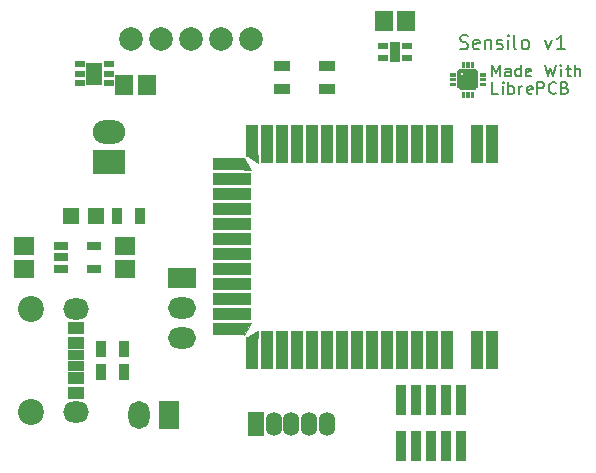
<source format=gbr>
G04 --- HEADER BEGIN --- *
%TF.GenerationSoftware,LibrePCB,LibrePCB,0.1.4*%
%TF.CreationDate,2020-08-29T22:21:27*%
%TF.ProjectId,Sensilo - default,d394d563-925a-41f4-bd4a-babca7d43e4c,v1*%
%TF.Part,Single*%
%FSLAX66Y66*%
%MOMM*%
G01*
G74*
G04 --- HEADER END --- *
G04 --- APERTURE LIST BEGIN --- *
%ADD10R,0.95X1.45*%
%ADD11O,1.787X2.39*%
%ADD12R,1.787X2.39*%
%ADD13R,1.45X0.95*%
%ADD14R,0.88X0.6*%
%ADD15R,1.45X1.9*%
%ADD16R,1.5X1.7*%
%ADD17R,1.7X1.5*%
%ADD18C,0.0*%
%ADD19C,0.2*%
%ADD20O,2.2X1.8*%
%ADD21R,1.35X0.9*%
%ADD22R,1.35X1.1*%
%ADD23R,1.35X1.0*%
%ADD24C,2.2*%
%ADD25R,1.0X3.2*%
%ADD26R,3.2X1.0*%
%ADD27R,2.7X1.0*%
%ADD28R,1.0X2.7*%
%ADD29R,2.39X1.787*%
%ADD30O,2.39X1.787*%
%ADD31O,2.74X2.0*%
%ADD32R,2.74X2.0*%
%ADD33R,1.4X1.4*%
%ADD34R,0.9X1.8*%
%ADD35R,0.9X0.55*%
%ADD36O,1.4X2.0*%
%ADD37R,1.4X2.0*%
%ADD38C,2.0*%
%ADD39R,1.3X0.8*%
%ADD40R,0.96X2.6*%
G04 --- APERTURE LIST END --- *
G04 --- BOARD BEGIN --- *
D10*
X8525000Y9000000D03*
X10475000Y9000000D03*
D11*
X11747500Y5397500D03*
D12*
X14287500Y5397500D03*
D13*
X23812500Y34947500D03*
X23812500Y32997500D03*
D14*
X9152500Y35090000D03*
D15*
X7937500Y34290000D03*
D14*
X9152500Y33490000D03*
X6722500Y35090000D03*
X6722500Y34290000D03*
X9152500Y34290000D03*
X6722500Y33490000D03*
D16*
X12380000Y33337500D03*
X10480000Y33337500D03*
X34318750Y38702500D03*
X32418750Y38702500D03*
D17*
X10500000Y19680000D03*
X10500000Y17780000D03*
D18*
X40588750Y33513750D02*
X41008750Y33513750D01*
X41008750Y33313750D01*
X40588750Y33313750D01*
X40588750Y33513750D01*
G36*
X40588750Y33513750D02*
X41008750Y33513750D01*
X41008750Y33313750D01*
X40588750Y33313750D01*
X40588750Y33513750D01*
G37*
X39428750Y34873750D02*
X39628750Y34873750D01*
X39628750Y35293750D01*
X39428750Y35293750D01*
X39428750Y34873750D01*
G36*
X39428750Y34873750D02*
X39628750Y34873750D01*
X39628750Y35293750D01*
X39428750Y35293750D01*
X39428750Y34873750D01*
G37*
X39028750Y34873750D02*
X39228750Y34873750D01*
X39228750Y35293750D01*
X39028750Y35293750D01*
X39028750Y34873750D01*
G36*
X39028750Y34873750D02*
X39228750Y34873750D01*
X39228750Y35293750D01*
X39028750Y35293750D01*
X39028750Y34873750D01*
G37*
X38468750Y34313750D02*
X38048750Y34313750D01*
X38048750Y34113750D01*
X38468750Y34113750D01*
X38468750Y34313750D01*
G36*
X38468750Y34313750D02*
X38048750Y34313750D01*
X38048750Y34113750D01*
X38468750Y34113750D01*
X38468750Y34313750D01*
G37*
X39428750Y32753750D02*
X39628750Y32753750D01*
X39628750Y32333750D01*
X39428750Y32333750D01*
X39428750Y32753750D01*
G36*
X39428750Y32753750D02*
X39628750Y32753750D01*
X39628750Y32333750D01*
X39428750Y32333750D01*
X39428750Y32753750D01*
G37*
X38893750Y34660750D02*
X40163750Y34660750D01*
G75*
G02*
X40375750Y34448750I0J-212000D01*
G01*
X40375750Y33178750D01*
G02*
X40163750Y32966750I-212000J0D01*
G01*
X38893750Y32966750D01*
G02*
X38681750Y33178750I0J212000D01*
G01*
X38681750Y34278750D01*
X38896750Y34278750D01*
G03*
X39063750Y34111750I167000J0D01*
G01*
G03*
X39230750Y34278750I0J167000D01*
G01*
G03*
X39063750Y34445750I-167000J0D01*
G01*
G03*
X38896750Y34278750I0J-167000D01*
G01*
X38681750Y34278750D01*
X38681750Y34448750D01*
G02*
X38893750Y34660750I212000J0D01*
G01*
G36*
X38893750Y34660750D02*
X40163750Y34660750D01*
G02*
X40375750Y34448750I0J-212000D01*
G01*
X40375750Y33178750D01*
G02*
X40163750Y32966750I-212000J0D01*
G01*
X38893750Y32966750D01*
G02*
X38681750Y33178750I0J212000D01*
G01*
X38681750Y34278750D01*
X38896750Y34278750D01*
G03*
X39063750Y34111750I167000J0D01*
G01*
G03*
X39230750Y34278750I0J167000D01*
G01*
G03*
X39063750Y34445750I-167000J0D01*
G01*
G03*
X38896750Y34278750I0J-167000D01*
G01*
X38681750Y34278750D01*
X38681750Y34448750D01*
G02*
X38893750Y34660750I212000J0D01*
G01*
G37*
X40588750Y34313750D02*
X41008750Y34313750D01*
X41008750Y34113750D01*
X40588750Y34113750D01*
X40588750Y34313750D01*
G36*
X40588750Y34313750D02*
X41008750Y34313750D01*
X41008750Y34113750D01*
X40588750Y34113750D01*
X40588750Y34313750D01*
G37*
X39828750Y34873750D02*
X40028750Y34873750D01*
X40028750Y35293750D01*
X39828750Y35293750D01*
X39828750Y34873750D01*
G36*
X39828750Y34873750D02*
X40028750Y34873750D01*
X40028750Y35293750D01*
X39828750Y35293750D01*
X39828750Y34873750D01*
G37*
X38468750Y33913750D02*
X38048750Y33913750D01*
X38048750Y33713750D01*
X38468750Y33713750D01*
X38468750Y33913750D01*
G36*
X38468750Y33913750D02*
X38048750Y33913750D01*
X38048750Y33713750D01*
X38468750Y33713750D01*
X38468750Y33913750D01*
G37*
X39028750Y32753750D02*
X39228750Y32753750D01*
X39228750Y32333750D01*
X39028750Y32333750D01*
X39028750Y32753750D01*
G36*
X39028750Y32753750D02*
X39228750Y32753750D01*
X39228750Y32333750D01*
X39028750Y32333750D01*
X39028750Y32753750D01*
G37*
X38468750Y33513750D02*
X38048750Y33513750D01*
X38048750Y33313750D01*
X38468750Y33313750D01*
X38468750Y33513750D01*
G36*
X38468750Y33513750D02*
X38048750Y33513750D01*
X38048750Y33313750D01*
X38468750Y33313750D01*
X38468750Y33513750D01*
G37*
X39828750Y32753750D02*
X40028750Y32753750D01*
X40028750Y32333750D01*
X39828750Y32333750D01*
X39828750Y32753750D01*
G36*
X39828750Y32753750D02*
X40028750Y32753750D01*
X40028750Y32333750D01*
X39828750Y32333750D01*
X39828750Y32753750D01*
G37*
X40588750Y33913750D02*
X41008750Y33913750D01*
X41008750Y33713750D01*
X40588750Y33713750D01*
X40588750Y33913750D01*
G36*
X40588750Y33913750D02*
X41008750Y33913750D01*
X41008750Y33713750D01*
X40588750Y33713750D01*
X40588750Y33913750D01*
G37*
D19*
X41628750Y34053750D02*
X41628750Y35053750D01*
X41962083Y34339306D01*
X42295417Y35053750D01*
X42295417Y34053750D01*
X43172084Y34053750D02*
X43172084Y34577083D01*
X43124306Y34672639D01*
X43028750Y34720417D01*
X42838750Y34720417D01*
X42743195Y34672639D01*
X43172084Y34101528D02*
X43076528Y34053750D01*
X42838750Y34053750D01*
X42743195Y34101528D01*
X42695417Y34197083D01*
X42695417Y34291528D01*
X42743195Y34387083D01*
X42838750Y34434861D01*
X43076528Y34434861D01*
X43172084Y34482639D01*
X44048751Y34053750D02*
X44048751Y35053750D01*
X44048751Y34101528D02*
X43953195Y34053750D01*
X43762084Y34053750D01*
X43667640Y34101528D01*
X43619862Y34149306D01*
X43572084Y34243750D01*
X43572084Y34530417D01*
X43619862Y34624861D01*
X43667640Y34672639D01*
X43762084Y34720417D01*
X43953195Y34720417D01*
X44048751Y34672639D01*
X44877640Y34101528D02*
X44782084Y34053750D01*
X44592084Y34053750D01*
X44496529Y34101528D01*
X44448751Y34197083D01*
X44448751Y34577083D01*
X44496529Y34672639D01*
X44592084Y34720417D01*
X44782084Y34720417D01*
X44877640Y34672639D01*
X44925418Y34577083D01*
X44925418Y34482639D01*
X44448751Y34387083D01*
X46125417Y35053750D02*
X46363195Y34053750D01*
X46554306Y34768194D01*
X46744306Y34053750D01*
X46982084Y35053750D01*
X47429862Y34053750D02*
X47429862Y34720417D01*
X47429862Y35053750D02*
X47382084Y35005972D01*
X47429862Y34958194D01*
X47477640Y35005972D01*
X47429862Y35053750D01*
X47429862Y34958194D01*
X47877640Y34720417D02*
X48258751Y34720417D01*
X48020973Y35053750D02*
X48020973Y34197083D01*
X48067640Y34101528D01*
X48163196Y34053750D01*
X48258751Y34053750D01*
X48658751Y34053750D02*
X48658751Y35053750D01*
X49087640Y34053750D02*
X49087640Y34577083D01*
X49039862Y34672639D01*
X48944307Y34720417D01*
X48802084Y34720417D01*
X48706529Y34672639D01*
X48658751Y34624861D01*
X42105417Y32573750D02*
X41628750Y32573750D01*
X41628750Y33573750D01*
X42553195Y32573750D02*
X42553195Y33240417D01*
X42553195Y33573750D02*
X42505417Y33525972D01*
X42553195Y33478194D01*
X42600973Y33525972D01*
X42553195Y33573750D01*
X42553195Y33478194D01*
X43000973Y32573750D02*
X43000973Y33573750D01*
X43000973Y33192639D02*
X43096529Y33240417D01*
X43286529Y33240417D01*
X43382084Y33192639D01*
X43429862Y33144861D01*
X43477640Y33050417D01*
X43477640Y32763750D01*
X43429862Y32669306D01*
X43382084Y32621528D01*
X43286529Y32573750D01*
X43096529Y32573750D01*
X43000973Y32621528D01*
X43877640Y32573750D02*
X43877640Y33240417D01*
X43877640Y33050417D02*
X43925418Y33144861D01*
X43973196Y33192639D01*
X44067640Y33240417D01*
X44163196Y33240417D01*
X44992085Y32621528D02*
X44896529Y32573750D01*
X44706529Y32573750D01*
X44610974Y32621528D01*
X44563196Y32717083D01*
X44563196Y33097083D01*
X44610974Y33192639D01*
X44706529Y33240417D01*
X44896529Y33240417D01*
X44992085Y33192639D01*
X45039863Y33097083D01*
X45039863Y33002639D01*
X44563196Y32907083D01*
X45439863Y32573750D02*
X45439863Y33573750D01*
X45820974Y33573750D01*
X45916530Y33525972D01*
X45963196Y33478194D01*
X46010974Y33383750D01*
X46010974Y33240417D01*
X45963196Y33144861D01*
X45916530Y33097083D01*
X45820974Y33050417D01*
X45439863Y33050417D01*
X47029863Y32669306D02*
X46982085Y32621528D01*
X46839863Y32573750D01*
X46744307Y32573750D01*
X46600974Y32621528D01*
X46506530Y32717083D01*
X46458752Y32811528D01*
X46410974Y33002639D01*
X46410974Y33144861D01*
X46458752Y33335972D01*
X46506530Y33430417D01*
X46600974Y33525972D01*
X46744307Y33573750D01*
X46839863Y33573750D01*
X46982085Y33525972D01*
X47029863Y33478194D01*
X47763196Y33097083D02*
X47906530Y33050417D01*
X47953196Y33002639D01*
X48000974Y32907083D01*
X48000974Y32763750D01*
X47953196Y32669306D01*
X47906530Y32621528D01*
X47810974Y32573750D01*
X47429863Y32573750D01*
X47429863Y33573750D01*
X47763196Y33573750D01*
X47858752Y33525972D01*
X47906530Y33478194D01*
X47953196Y33383750D01*
X47953196Y33288194D01*
X47906530Y33192639D01*
X47858752Y33144861D01*
X47763196Y33097083D01*
X47429863Y33097083D01*
D20*
X6400000Y14320000D03*
D21*
X6405000Y9500000D03*
D22*
X6405000Y12750000D03*
X6405000Y7250000D03*
D20*
X6400000Y5680000D03*
D23*
X6405000Y8480000D03*
D24*
X2600000Y14320000D03*
D21*
X6405000Y10500000D03*
D24*
X2600000Y5680000D03*
D23*
X6405000Y11520000D03*
D25*
X26395000Y28370000D03*
X34015000Y28370000D03*
D26*
X19565000Y18985000D03*
D25*
X23855000Y10870000D03*
X27665000Y10870000D03*
X37825000Y28370000D03*
X28935000Y28370000D03*
X22585000Y10870000D03*
X35285000Y10870000D03*
D26*
X19565000Y13905000D03*
D25*
X30205000Y28370000D03*
X34015000Y10870000D03*
D27*
X19315000Y26605000D03*
D26*
X19565000Y22795000D03*
D25*
X40365000Y28370000D03*
X36555000Y28370000D03*
X27665000Y28370000D03*
D26*
X19565000Y17715000D03*
D27*
X19315000Y12635000D03*
D25*
X31475000Y28370000D03*
X23855000Y28370000D03*
X41635000Y10870000D03*
D26*
X19565000Y25335000D03*
D25*
X32745000Y28370000D03*
X28935000Y10870000D03*
D26*
X19565000Y15175000D03*
D25*
X25125000Y10870000D03*
X31475000Y10870000D03*
X40365000Y10870000D03*
D26*
X19565000Y21525000D03*
D25*
X32745000Y10870000D03*
X22585000Y28370000D03*
X36555000Y10870000D03*
D26*
X19565000Y16445000D03*
D25*
X37825000Y10870000D03*
D26*
X19565000Y24065000D03*
X19565000Y20255000D03*
D28*
X21315000Y28620000D03*
D25*
X25125000Y28370000D03*
X35285000Y28370000D03*
D28*
X21315000Y10620000D03*
D25*
X30205000Y10870000D03*
X26395000Y10870000D03*
X41635000Y28370000D03*
D18*
X20815000Y11870000D02*
X21815000Y12520000D01*
X21815000Y11870000D01*
X20815000Y11870000D01*
G36*
X20815000Y11870000D02*
X21815000Y12520000D01*
X21815000Y11870000D01*
X20815000Y11870000D01*
G37*
X20565000Y26105000D02*
X20565000Y27105000D01*
X21215000Y26105000D01*
X20565000Y26105000D01*
G36*
X20565000Y26105000D02*
X20565000Y27105000D01*
X21215000Y26105000D01*
X20565000Y26105000D01*
G37*
X20815000Y27370000D02*
X21815000Y26720000D01*
X21815000Y27370000D01*
X20815000Y27370000D01*
G36*
X20815000Y27370000D02*
X21815000Y26720000D01*
X21815000Y27370000D01*
X20815000Y27370000D01*
G37*
X20565000Y13135000D02*
X20565000Y12135000D01*
X21215000Y13135000D01*
X20565000Y13135000D01*
G36*
X20565000Y13135000D02*
X20565000Y12135000D01*
X21215000Y13135000D01*
X20565000Y13135000D01*
G37*
D17*
X2000000Y19680000D03*
X2000000Y17780000D03*
D29*
X15398750Y16986250D03*
D30*
X15398750Y11906250D03*
X15398750Y14446250D03*
D31*
X9200000Y29345000D03*
D32*
X9200000Y26805000D03*
D33*
X8035000Y22225000D03*
X5935000Y22225000D03*
D13*
X27622500Y34947500D03*
X27622500Y32997500D03*
D34*
X33368750Y36147500D03*
D35*
X32368750Y35647500D03*
X34368750Y35647500D03*
X32368750Y36647500D03*
X34368750Y36647500D03*
D10*
X11770000Y22225000D03*
X9820000Y22225000D03*
D36*
X23106250Y4603750D03*
X24606250Y4603750D03*
D37*
X21606250Y4603750D03*
D36*
X26106250Y4603750D03*
X27606250Y4603750D03*
D38*
X13592500Y37185000D03*
X11052500Y37185000D03*
X16132500Y37185000D03*
X21212500Y37185000D03*
X18672500Y37185000D03*
D39*
X7900000Y19680000D03*
X5100000Y17780000D03*
X5100000Y18730000D03*
X5100000Y19680000D03*
X7900000Y17780000D03*
D10*
X8525000Y11000000D03*
X10475000Y11000000D03*
D40*
X33870000Y2727500D03*
X36410000Y2727500D03*
X38950000Y6637500D03*
X37680000Y6637500D03*
X37680000Y2727500D03*
X36410000Y6637500D03*
X38950000Y2727500D03*
X33870000Y6637500D03*
X35140000Y2727500D03*
X35140000Y6637500D03*
D19*
X38893750Y36411083D02*
X39065750Y36353750D01*
X39351083Y36353750D01*
X39465750Y36411083D01*
X39521750Y36468417D01*
X39579083Y36581750D01*
X39579083Y36696417D01*
X39521750Y36811083D01*
X39465750Y36868417D01*
X39351083Y36925750D01*
X39121750Y36981750D01*
X39008417Y37039083D01*
X38951083Y37096417D01*
X38893750Y37211083D01*
X38893750Y37325750D01*
X38951083Y37439083D01*
X39008417Y37496417D01*
X39121750Y37553750D01*
X39408417Y37553750D01*
X39579083Y37496417D01*
X40533750Y36411083D02*
X40419083Y36353750D01*
X40191083Y36353750D01*
X40076416Y36411083D01*
X40019083Y36525750D01*
X40019083Y36981750D01*
X40076416Y37096417D01*
X40191083Y37153750D01*
X40419083Y37153750D01*
X40533750Y37096417D01*
X40591083Y36981750D01*
X40591083Y36868417D01*
X40019083Y36753750D01*
X41031083Y37153750D02*
X41031083Y36353750D01*
X41031083Y37039083D02*
X41088416Y37096417D01*
X41203083Y37153750D01*
X41373750Y37153750D01*
X41488416Y37096417D01*
X41545750Y36981750D01*
X41545750Y36353750D01*
X41985750Y36411083D02*
X42100417Y36353750D01*
X42328417Y36353750D01*
X42443083Y36411083D01*
X42500417Y36525750D01*
X42500417Y36581750D01*
X42443083Y36696417D01*
X42328417Y36753750D01*
X42157750Y36753750D01*
X42043083Y36811083D01*
X41985750Y36925750D01*
X41985750Y36981750D01*
X42043083Y37096417D01*
X42157750Y37153750D01*
X42328417Y37153750D01*
X42443083Y37096417D01*
X42997750Y36353750D02*
X42997750Y37153750D01*
X42997750Y37553750D02*
X42940417Y37496417D01*
X42997750Y37439083D01*
X43055084Y37496417D01*
X42997750Y37553750D01*
X42997750Y37439083D01*
X43667084Y36353750D02*
X43552417Y36411083D01*
X43495084Y36525750D01*
X43495084Y37553750D01*
X44335084Y36353750D02*
X44221751Y36411083D01*
X44164417Y36468417D01*
X44107084Y36581750D01*
X44107084Y36925750D01*
X44164417Y37039083D01*
X44221751Y37096417D01*
X44335084Y37153750D01*
X44507084Y37153750D01*
X44621751Y37096417D01*
X44679084Y37039083D01*
X44735084Y36925750D01*
X44735084Y36581750D01*
X44679084Y36468417D01*
X44621751Y36411083D01*
X44507084Y36353750D01*
X44335084Y36353750D01*
X46095083Y37153750D02*
X46380416Y36353750D01*
X46667083Y37153750D01*
X47792416Y36353750D02*
X47107083Y36353750D01*
X47449750Y36353750D02*
X47449750Y37553750D01*
X47335083Y37381750D01*
X47221750Y37268417D01*
X47107083Y37211083D01*
G04 --- BOARD END --- *
%TF.MD5,98da8b40a68c173ac245382c768ce25f*%
M02*

</source>
